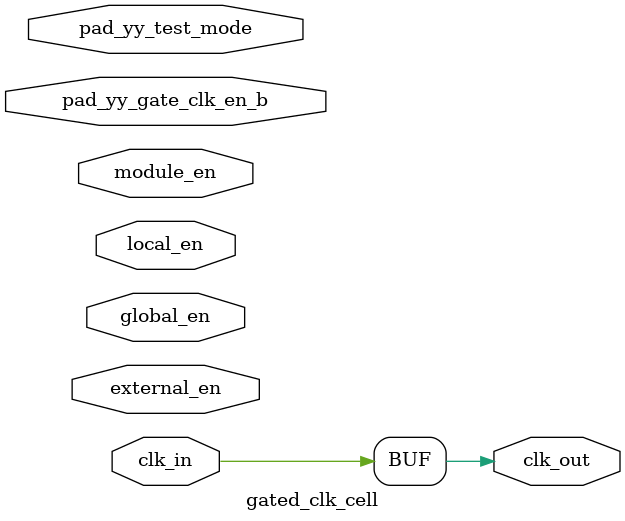
<source format=v>
/*
Copyright (c) 2019 Alibaba Group Holding Limited

Permission is hereby granted, free of charge, to any person obtaining a copy of this software and associated documentation files (the "Software"), to deal in the Software without restriction, including without limitation the rights to use, copy, modify, merge, publish, distribute, sublicense, and/or sell copies of the Software, and to permit persons to whom the Software is furnished to do so, subject to the following conditions:

The above copyright notice and this permission notice shall be included in all copies or substantial portions of the Software.

THE SOFTWARE IS PROVIDED "AS IS", WITHOUT WARRANTY OF ANY KIND, EXPRESS OR IMPLIED, INCLUDING BUT NOT LIMITED TO THE WARRANTIES OF MERCHANTABILITY, FITNESS FOR A PARTICULAR PURPOSE AND NONINFRINGEMENT. IN NO EVENT SHALL THE AUTHORS OR COPYRIGHT HOLDERS BE LIABLE FOR ANY CLAIM, DAMAGES OR OTHER LIABILITY, WHETHER IN AN ACTION OF CONTRACT, TORT OR OTHERWISE, ARISING FROM, OUT OF OR IN CONNECTION WITH THE SOFTWARE OR THE USE OR OTHER DEALINGS IN THE SOFTWARE.

*/

`define FPGA

module clk_mux2(
clk_sel,
clk_a,
clk_b,
clk_out
);
input	clk_sel;
input	clk_a;
input	clk_b;
output	clk_out;
wire	clk_sel;
wire	clk_a;
wire	clk_b;
`ifdef FPGA
reg 	clk_out;
always @( clk_sel or  clk_a or clk_b)
begin
  case(clk_sel) // synopsys infer_mux
    1'b1: clk_out = clk_b;
    1'b0: clk_out = clk_a;
  endcase
end
`else
wire	clk_out;
Standard_Cell_CLK_MUX2 x_STD_clkmux2 (
	.D0	(clk_a),
	.D1	(clk_b),
	.S	(clk_sel),
	.X	(clk_out)
	);
`endif
endmodule
module gated_clk_cell(
  clk_in,
  global_en,
  module_en,
  local_en,
  external_en,
  pad_yy_test_mode,
  pad_yy_gate_clk_en_b,
  clk_out
);
input  clk_in;
input  global_en;
input  module_en;
input  local_en;
input  external_en;
input  pad_yy_test_mode;
input  pad_yy_gate_clk_en_b;
output clk_out;
wire   clk_en_bf_latch;
wire   SE;
reg    clk_en_af_latch;
assign clk_en_bf_latch = (global_en && (module_en || local_en)) || external_en ;
assign SE	       = pad_yy_test_mode | pad_yy_gate_clk_en_b;
`ifdef FPGA
assign clk_out = clk_in;
`else
Standard_Cell_CLK_GATE x_gated_clk_cell(
             .CK  (clk_in),
             .SE  (SE),
             .EN   (clk_en_bf_latch),
             .Q   (clk_out)
             );
`endif
endmodule   

</source>
